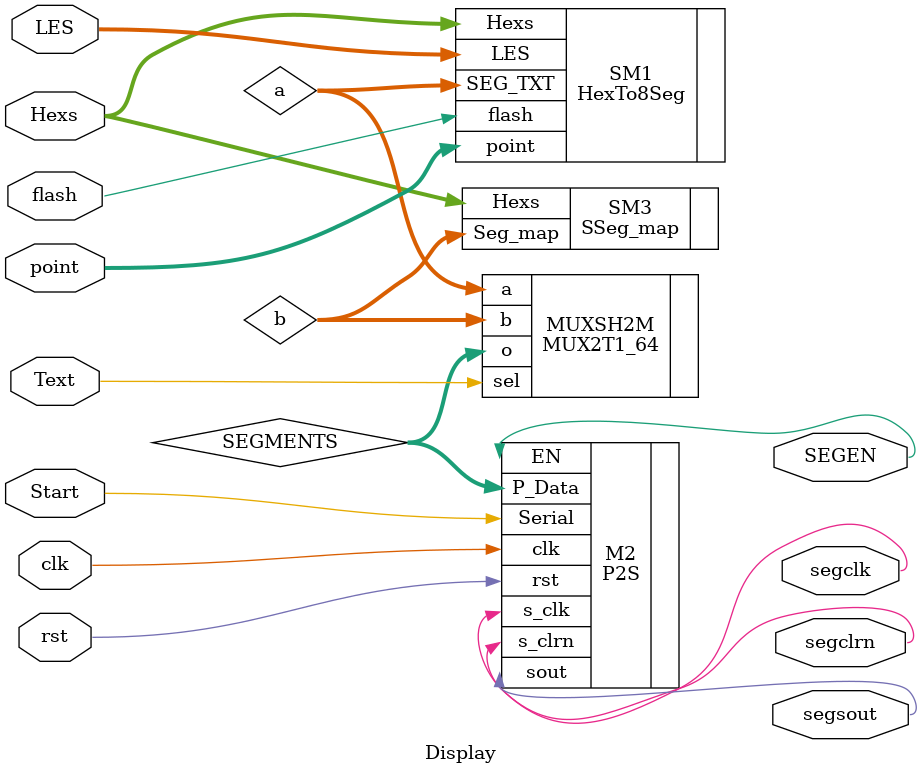
<source format=v>
`timescale 1ns / 1ps
module Display(input wire clk,
					input wire rst,
					input wire Start,
					input wire Text,
					input wire flash,
					input wire [31:0] Hexs,
					input wire [7:0]point,
					input wire [7:0]LES,
					output wire segclk,
					output wire segsout,
					output wire SEGEN,
					output wire segclrn
    );

	wire [63:0] a, b;
	HexTo8Seg SM1(.flash(flash), .Hexs(Hexs), .point(point), .LES(LES), .SEG_TXT(a));
	SSeg_map SM3(.Hexs(Hexs), .Seg_map(b));
	wire [63:0]SEGMENTS;
	MUX2T1_64 MUXSH2M(.sel(Text), .a(a), .b(b), .o(SEGMENTS));
	P2S M2(.clk(clk), .rst(rst), .Serial(Start),.P_Data(SEGMENTS), .s_clk(segclk),
	 			 .sout(segsout), .EN(SEGEN),.s_clrn(segclrn));

endmodule

</source>
